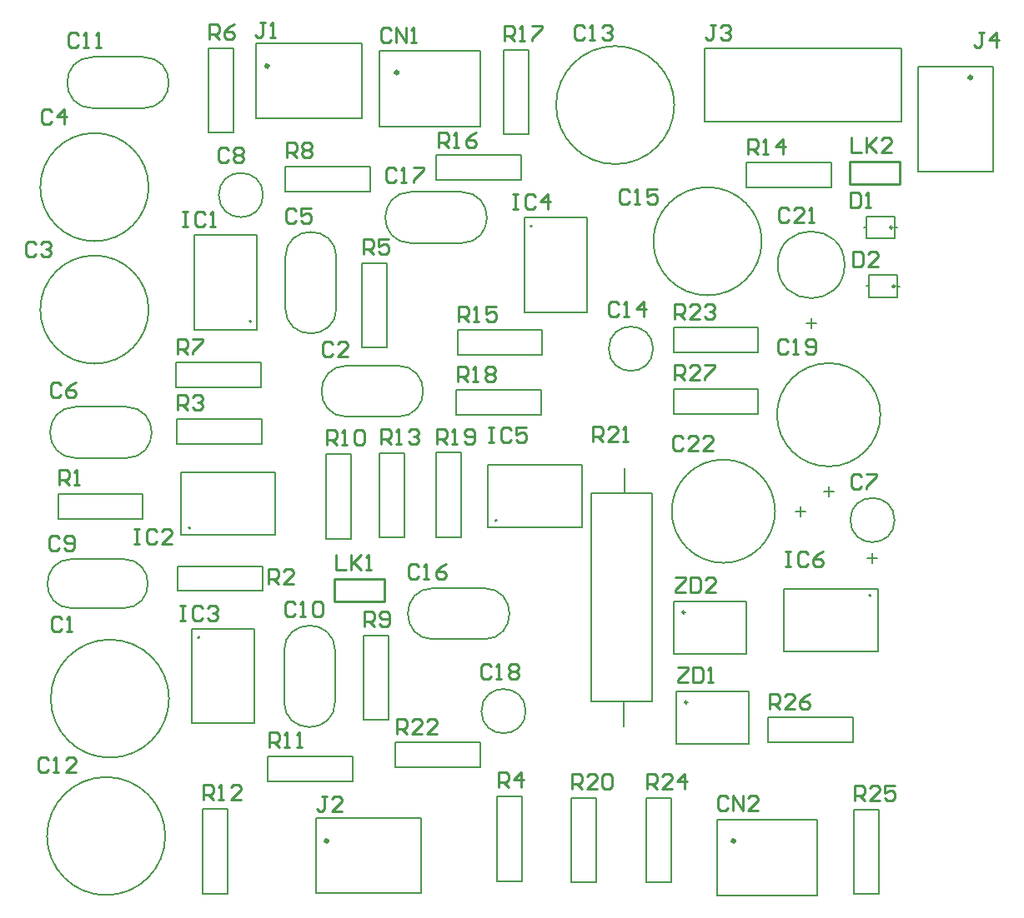
<source format=gto>
G04*
G04 #@! TF.GenerationSoftware,Altium Limited,Altium Designer,21.2.0 (30)*
G04*
G04 Layer_Color=65535*
%FSLAX44Y44*%
%MOMM*%
G71*
G04*
G04 #@! TF.SameCoordinates,A6CD76A2-BFCB-4AF9-B6D0-9A86C89395A1*
G04*
G04*
G04 #@! TF.FilePolarity,Positive*
G04*
G01*
G75*
%ADD10C,0.4000*%
%ADD11C,0.2000*%
%ADD12C,0.2540*%
%ADD13C,0.1270*%
D10*
X977850Y842040D02*
G03*
X977850Y842040I-1000J0D01*
G01*
X263860Y853660D02*
G03*
X263860Y853660I-1000J0D01*
G01*
X324260Y66260D02*
G03*
X324260Y66260I-1000J0D01*
G01*
X395390Y847120D02*
G03*
X395390Y847120I-1000J0D01*
G01*
X737490Y66070D02*
G03*
X737490Y66070I-1000J0D01*
G01*
D11*
X885620Y499310D02*
G03*
X885620Y499310I-52500J0D01*
G01*
X778740Y401320D02*
G03*
X778740Y401320I-52500J0D01*
G01*
X849340Y651750D02*
G03*
X849340Y651750I-34000J0D01*
G01*
X900070Y392310D02*
G03*
X900070Y392310I-22500J0D01*
G01*
X116840Y302660D02*
G03*
X116840Y352660I0J25000D01*
G01*
X64840D02*
G03*
X64840Y302660I0J-25000D01*
G01*
X344170Y549240D02*
G03*
X344170Y497240I0J-26000D01*
G01*
X395370D02*
G03*
X395370Y549240I0J26000D01*
G01*
X333340Y659130D02*
G03*
X281340Y659130I-26000J0D01*
G01*
Y607930D02*
G03*
X333340Y607930I26000J0D01*
G01*
X119780Y455330D02*
G03*
X119780Y507330I0J26000D01*
G01*
X68580D02*
G03*
X68580Y455330I0J-26000D01*
G01*
X332070Y259080D02*
G03*
X280070Y259080I-26000J0D01*
G01*
Y207880D02*
G03*
X332070Y207880I26000J0D01*
G01*
X85960Y862930D02*
G03*
X85960Y810930I0J-26000D01*
G01*
X137160D02*
G03*
X137160Y862930I0J26000D01*
G01*
X483000Y271180D02*
G03*
X483000Y323180I0J26000D01*
G01*
X431800D02*
G03*
X431800Y271180I0J-26000D01*
G01*
X408940Y725770D02*
G03*
X408940Y673770I0J-26000D01*
G01*
X460140D02*
G03*
X460140Y725770I0J26000D01*
G01*
X142630Y606236D02*
G03*
X142630Y606236I-55000J0D01*
G01*
Y730696D02*
G03*
X142630Y730696I-55000J0D01*
G01*
X765130Y675640D02*
G03*
X765130Y675640I-55000J0D01*
G01*
X246930Y594360D02*
G03*
X246930Y594360I-1000J0D01*
G01*
X185150Y384320D02*
G03*
X185150Y384320I-1000J0D01*
G01*
X194490Y273050D02*
G03*
X194490Y273050I-1000J0D01*
G01*
X531980Y690880D02*
G03*
X531980Y690880I-1000J0D01*
G01*
X496300Y391940D02*
G03*
X496300Y391940I-1000J0D01*
G01*
X876030Y315780D02*
G03*
X876030Y315780I-1000J0D01*
G01*
X258830Y722630D02*
G03*
X258830Y722630I-22500J0D01*
G01*
X654850Y566420D02*
G03*
X654850Y566420I-22500J0D01*
G01*
X525530Y198120D02*
G03*
X525530Y198120I-22500J0D01*
G01*
X163310Y210820D02*
G03*
X163310Y210820I-60000J0D01*
G01*
X159500Y71120D02*
G03*
X159500Y71120I-60000J0D01*
G01*
X676390Y814070D02*
G03*
X676390Y814070I-60000J0D01*
G01*
X987050Y853040D02*
X994050D01*
X929650D02*
X936650D01*
X994050D02*
X999850D01*
X936650D02*
X987050D01*
X923850D02*
X929650D01*
X923850Y746040D02*
Y853040D01*
Y746040D02*
X999850D01*
Y853040D01*
X136810Y406400D02*
Y418900D01*
X50800D02*
X136810D01*
Y393700D02*
Y406400D01*
X50800Y393700D02*
X136810D01*
X50800D02*
Y418900D01*
X172030Y320240D02*
Y332740D01*
Y320240D02*
X258040D01*
X172030Y332740D02*
Y345440D01*
X258040D01*
Y320240D02*
Y345440D01*
X257230Y482600D02*
Y495100D01*
X171220D02*
X257230D01*
Y469900D02*
Y482600D01*
X171220Y469900D02*
X257230D01*
X171220D02*
Y495100D01*
X496770Y111180D02*
X509270D01*
X496770Y25170D02*
Y111180D01*
X509270D02*
X521970D01*
Y25170D02*
Y111180D01*
X496770Y25170D02*
X521970D01*
X359610Y653470D02*
X372110D01*
X359610Y567460D02*
Y653470D01*
X372110D02*
X384810D01*
Y567460D02*
Y653470D01*
X359610Y567460D02*
X384810D01*
X203400Y871910D02*
X215900D01*
X203400Y785900D02*
Y871910D01*
X215900D02*
X228600D01*
Y785900D02*
Y871910D01*
X203400Y785900D02*
X228600D01*
X170760Y527250D02*
Y539750D01*
Y527250D02*
X256770D01*
X170760Y539750D02*
Y552450D01*
X256770D01*
Y527250D02*
Y552450D01*
X367720Y739140D02*
Y751640D01*
X281710D02*
X367720D01*
Y726440D02*
Y739140D01*
X281710Y726440D02*
X367720D01*
X281710D02*
Y751640D01*
X360880Y275010D02*
X373380D01*
X360880Y189000D02*
Y275010D01*
X373380D02*
X386080D01*
Y189000D02*
Y275010D01*
X360880Y189000D02*
X386080D01*
X322780Y459160D02*
X335280D01*
X322780Y373150D02*
Y459160D01*
X335280D02*
X347980D01*
Y373150D02*
Y459160D01*
X322780Y373150D02*
X347980D01*
X349940Y139700D02*
Y152200D01*
X263930D02*
X349940D01*
Y127000D02*
Y139700D01*
X263930Y127000D02*
X349940D01*
X263930D02*
Y152200D01*
X197449Y98600D02*
X209949D01*
X197449Y12590D02*
Y98600D01*
X209949D02*
X222649D01*
Y12590D02*
Y98600D01*
X197449Y12590D02*
X222649D01*
X377390Y460430D02*
X389890D01*
X377390Y374420D02*
Y460430D01*
X389890D02*
X402590D01*
Y374420D02*
Y460430D01*
X377390Y374420D02*
X402590D01*
X749880Y730450D02*
Y742950D01*
Y730450D02*
X835890D01*
X749880Y742950D02*
Y755650D01*
X835890D01*
Y730450D02*
Y755650D01*
X456280Y560270D02*
Y572770D01*
Y560270D02*
X542290D01*
X456280Y572770D02*
Y585470D01*
X542290D01*
Y560270D02*
Y585470D01*
X434920Y738070D02*
Y750570D01*
Y738070D02*
X520930D01*
X434920Y750570D02*
Y763270D01*
X520930D01*
Y738070D02*
Y763270D01*
X515620Y784170D02*
X528120D01*
Y870180D01*
X502920Y784170D02*
X515620D01*
X502920D02*
Y870180D01*
X528120D01*
X455240Y499310D02*
Y511810D01*
Y499310D02*
X541250D01*
X455240Y511810D02*
Y524510D01*
X541250D01*
Y499310D02*
Y524510D01*
X447040Y375000D02*
X459540D01*
Y461010D01*
X434340Y375000D02*
X447040D01*
X434340D02*
Y461010D01*
X459540D01*
X571700Y109910D02*
X584200D01*
X571700Y23900D02*
Y109910D01*
X584200D02*
X596900D01*
Y23900D02*
Y109910D01*
X571700Y23900D02*
X596900D01*
X479480Y153670D02*
Y166170D01*
X393470D02*
X479480D01*
Y140970D02*
Y153670D01*
X393470Y140970D02*
X479480D01*
X393470D02*
Y166170D01*
X761650Y575310D02*
Y587810D01*
X675640D02*
X761650D01*
Y562610D02*
Y575310D01*
X675640Y562610D02*
X761650D01*
X675640D02*
Y587810D01*
X647900Y109910D02*
X660400D01*
X647900Y23900D02*
Y109910D01*
X660400D02*
X673100D01*
Y23900D02*
Y109910D01*
X647900Y23900D02*
X673100D01*
X871220Y12010D02*
X883720D01*
Y98020D01*
X858520Y12010D02*
X871220D01*
X858520D02*
Y98020D01*
X883720D01*
X857940Y179070D02*
Y191570D01*
X771930D02*
X857940D01*
Y166370D02*
Y179070D01*
X771930Y166370D02*
X857940D01*
X771930D02*
Y191570D01*
X761650Y513080D02*
Y525580D01*
X675640D02*
X761650D01*
Y500380D02*
Y513080D01*
X675640Y500380D02*
X761650D01*
X675640D02*
Y525580D01*
X251860Y863860D02*
Y870860D01*
Y806460D02*
Y813460D01*
Y870860D02*
Y876660D01*
Y813460D02*
Y863860D01*
Y800660D02*
Y806460D01*
Y800660D02*
X358860D01*
Y876660D01*
X251860D02*
X358860D01*
X312260Y76460D02*
Y83460D01*
Y19060D02*
Y26060D01*
Y83460D02*
Y89260D01*
Y26060D02*
Y76460D01*
Y13260D02*
Y19060D01*
Y13260D02*
X419260D01*
Y89260D01*
X312260D02*
X419260D01*
X377390Y869120D02*
X479390D01*
Y792120D02*
Y869120D01*
X377390Y792120D02*
X479390D01*
X377390D02*
Y869120D01*
X719490Y88070D02*
X821490D01*
Y11070D02*
Y88070D01*
X719490Y11070D02*
X821490D01*
X719490D02*
Y88070D01*
X833120Y416330D02*
Y426490D01*
X828040Y421410D02*
X838200D01*
X799060Y401320D02*
X809220D01*
X804140Y396240D02*
Y406400D01*
X810260Y592350D02*
X820420D01*
X815340Y587270D02*
Y597430D01*
X872490Y353300D02*
X882650D01*
X877570Y348220D02*
Y358380D01*
X678180Y191770D02*
Y218440D01*
X751840D01*
Y165100D02*
Y218440D01*
X678180Y165100D02*
X751840D01*
X678180D02*
Y191770D01*
X675640Y283210D02*
Y309880D01*
X749300D01*
Y256540D02*
Y309880D01*
X675640Y256540D02*
X749300D01*
X675640D02*
Y283210D01*
X900460Y678360D02*
Y700860D01*
X871430Y678360D02*
X900460D01*
X871430D02*
Y701040D01*
X900460D01*
Y689610D02*
X903000D01*
X868890Y689790D02*
X871250D01*
X902970Y618670D02*
Y641170D01*
X873940Y618670D02*
X902970D01*
X873940D02*
Y641350D01*
X902970D01*
Y629920D02*
X905510D01*
X871400Y630100D02*
X873760D01*
X64840Y302660D02*
X116840D01*
X64840Y352660D02*
X116840D01*
X344170Y549240D02*
X395370D01*
X344170Y497240D02*
X395370D01*
X333340Y607930D02*
Y659130D01*
X281340Y607930D02*
Y659130D01*
X68580Y455330D02*
X119780D01*
X68580Y507330D02*
X119780D01*
X332070Y207880D02*
Y259080D01*
X280070Y207880D02*
Y259080D01*
X85960Y862930D02*
X137160D01*
X85960Y810930D02*
X137160D01*
X431800Y271180D02*
X483000D01*
X431800Y323180D02*
X483000D01*
X408940Y725770D02*
X460140D01*
X408940Y673770D02*
X460140D01*
X592380Y388970D02*
Y419450D01*
X654050Y388970D02*
Y419450D01*
X626110D02*
Y445200D01*
X624840Y182530D02*
Y208280D01*
X592380Y419450D02*
X627380D01*
X592380Y208280D02*
Y388970D01*
Y208280D02*
X654050D01*
Y388970D01*
X627380Y419450D02*
X654050D01*
D12*
X689610Y207010D02*
G03*
X689610Y207010I-1270J0D01*
G01*
X687070Y298450D02*
G03*
X687070Y298450I-1270J0D01*
G01*
X897920Y689610D02*
G03*
X897920Y689610I-1270J0D01*
G01*
X900430Y629920D02*
G03*
X900430Y629920I-1270J0D01*
G01*
X331640Y332740D02*
X382440D01*
Y309880D02*
Y332740D01*
X331640Y309880D02*
X382440D01*
X331640D02*
Y332740D01*
X854710Y756920D02*
X905510D01*
Y734060D02*
Y756920D01*
X854710Y734060D02*
X905510D01*
X854710D02*
Y756920D01*
X990601Y887728D02*
X985523D01*
X988062D01*
Y875032D01*
X985523Y872493D01*
X982983D01*
X980444Y875032D01*
X1003297Y872493D02*
Y887728D01*
X995679Y880110D01*
X1005836D01*
X866137Y436622D02*
X863597Y439161D01*
X858519D01*
X855980Y436622D01*
Y426465D01*
X858519Y423926D01*
X863597D01*
X866137Y426465D01*
X871215Y439161D02*
X881372D01*
Y436622D01*
X871215Y426465D01*
Y423926D01*
X436886Y770892D02*
Y786127D01*
X444504D01*
X447043Y783588D01*
Y778510D01*
X444504Y775971D01*
X436886D01*
X441964D02*
X447043Y770892D01*
X452121D02*
X457200D01*
X454660D01*
Y786127D01*
X452121Y783588D01*
X474974Y786127D02*
X469896Y783588D01*
X464817Y778510D01*
Y773432D01*
X467356Y770892D01*
X472435D01*
X474974Y773432D01*
Y775971D01*
X472435Y778510D01*
X464817D01*
X27941Y673098D02*
X25402Y675638D01*
X20323D01*
X17784Y673098D01*
Y662942D01*
X20323Y660403D01*
X25402D01*
X27941Y662942D01*
X33019Y673098D02*
X35558Y675638D01*
X40637D01*
X43176Y673098D01*
Y670559D01*
X40637Y668020D01*
X38098D01*
X40637D01*
X43176Y665481D01*
Y662942D01*
X40637Y660403D01*
X35558D01*
X33019Y662942D01*
X44447Y807208D02*
X41908Y809747D01*
X36829D01*
X34290Y807208D01*
Y797051D01*
X36829Y794512D01*
X41908D01*
X44447Y797051D01*
X57143Y794512D02*
Y809747D01*
X49525Y802130D01*
X59682D01*
X40643Y148588D02*
X38104Y151128D01*
X33025D01*
X30486Y148588D01*
Y138432D01*
X33025Y135892D01*
X38104D01*
X40643Y138432D01*
X45721Y135892D02*
X50800D01*
X48260D01*
Y151128D01*
X45721Y148588D01*
X68574Y135892D02*
X58417D01*
X68574Y146049D01*
Y148588D01*
X66035Y151128D01*
X60956D01*
X58417Y148588D01*
X631193Y726438D02*
X628654Y728978D01*
X623575D01*
X621036Y726438D01*
Y716282D01*
X623575Y713743D01*
X628654D01*
X631193Y716282D01*
X636271Y713743D02*
X641350D01*
X638810D01*
Y728978D01*
X636271Y726438D01*
X659124Y728978D02*
X648967D01*
Y721360D01*
X654045Y723899D01*
X656585D01*
X659124Y721360D01*
Y716282D01*
X656585Y713743D01*
X651506D01*
X648967Y716282D01*
X585473Y892808D02*
X582934Y895348D01*
X577855D01*
X575316Y892808D01*
Y882652D01*
X577855Y880113D01*
X582934D01*
X585473Y882652D01*
X590551Y880113D02*
X595630D01*
X593090D01*
Y895348D01*
X590551Y892808D01*
X603247D02*
X605786Y895348D01*
X610865D01*
X613404Y892808D01*
Y890269D01*
X610865Y887730D01*
X608326D01*
X610865D01*
X613404Y885191D01*
Y882652D01*
X610865Y880113D01*
X605786D01*
X603247Y882652D01*
X260910Y897887D02*
X255832D01*
X258371D01*
Y885192D01*
X255832Y882653D01*
X253293D01*
X250753Y885192D01*
X265988Y882653D02*
X271067D01*
X268528D01*
Y897887D01*
X265988Y895348D01*
X128276Y383537D02*
X133355D01*
X130815D01*
Y368302D01*
X128276D01*
X133355D01*
X151129Y380998D02*
X148590Y383537D01*
X143511D01*
X140972Y380998D01*
Y370842D01*
X143511Y368302D01*
X148590D01*
X151129Y370842D01*
X166364Y368302D02*
X156207D01*
X166364Y378459D01*
Y380998D01*
X163825Y383537D01*
X158746D01*
X156207Y380998D01*
X264164Y327663D02*
Y342897D01*
X271782D01*
X274321Y340358D01*
Y335280D01*
X271782Y332741D01*
X264164D01*
X269242D02*
X274321Y327663D01*
X289556D02*
X279399D01*
X289556Y337819D01*
Y340358D01*
X287017Y342897D01*
X281938D01*
X279399Y340358D01*
X323851Y111757D02*
X318773D01*
X321312D01*
Y99062D01*
X318773Y96523D01*
X316233D01*
X313694Y99062D01*
X339086Y96523D02*
X328929D01*
X339086Y106679D01*
Y109218D01*
X336547Y111757D01*
X331468D01*
X328929Y109218D01*
X677164Y333751D02*
X687321D01*
Y331212D01*
X677164Y321055D01*
Y318516D01*
X687321D01*
X692399Y333751D02*
Y318516D01*
X700017D01*
X702556Y321055D01*
Y331212D01*
X700017Y333751D01*
X692399D01*
X717791Y318516D02*
X707634D01*
X717791Y328673D01*
Y331212D01*
X715252Y333751D01*
X710173D01*
X707634Y331212D01*
X679704Y242311D02*
X689861D01*
Y239772D01*
X679704Y229615D01*
Y227076D01*
X689861D01*
X694939Y242311D02*
Y227076D01*
X702557D01*
X705096Y229615D01*
Y239772D01*
X702557Y242311D01*
X694939D01*
X710174Y227076D02*
X715253D01*
X712713D01*
Y242311D01*
X710174Y239772D01*
X676910Y534670D02*
Y549905D01*
X684528D01*
X687067Y547366D01*
Y542287D01*
X684528Y539748D01*
X676910D01*
X681988D02*
X687067Y534670D01*
X702302D02*
X692145D01*
X702302Y544827D01*
Y547366D01*
X699763Y549905D01*
X694684D01*
X692145Y547366D01*
X707380Y549905D02*
X717537D01*
Y547366D01*
X707380Y537209D01*
Y534670D01*
X773176Y200660D02*
Y215895D01*
X780794D01*
X783333Y213356D01*
Y208277D01*
X780794Y205738D01*
X773176D01*
X778254D02*
X783333Y200660D01*
X798568D02*
X788411D01*
X798568Y210817D01*
Y213356D01*
X796029Y215895D01*
X790950D01*
X788411Y213356D01*
X813803Y215895D02*
X808725Y213356D01*
X803646Y208277D01*
Y203199D01*
X806185Y200660D01*
X811264D01*
X813803Y203199D01*
Y205738D01*
X811264Y208277D01*
X803646D01*
X859790Y106934D02*
Y122169D01*
X867408D01*
X869947Y119630D01*
Y114551D01*
X867408Y112012D01*
X859790D01*
X864868D02*
X869947Y106934D01*
X885182D02*
X875025D01*
X885182Y117091D01*
Y119630D01*
X882643Y122169D01*
X877564D01*
X875025Y119630D01*
X900417Y122169D02*
X890260D01*
Y114551D01*
X895339Y117091D01*
X897878D01*
X900417Y114551D01*
Y109473D01*
X897878Y106934D01*
X892799D01*
X890260Y109473D01*
X648970Y119126D02*
Y134361D01*
X656588D01*
X659127Y131822D01*
Y126743D01*
X656588Y124204D01*
X648970D01*
X654048D02*
X659127Y119126D01*
X674362D02*
X664205D01*
X674362Y129283D01*
Y131822D01*
X671823Y134361D01*
X666744D01*
X664205Y131822D01*
X687058Y119126D02*
Y134361D01*
X679440Y126743D01*
X689597D01*
X676910Y596900D02*
Y612135D01*
X684528D01*
X687067Y609596D01*
Y604518D01*
X684528Y601978D01*
X676910D01*
X681988D02*
X687067Y596900D01*
X702302D02*
X692145D01*
X702302Y607057D01*
Y609596D01*
X699763Y612135D01*
X694684D01*
X692145Y609596D01*
X707380D02*
X709919Y612135D01*
X714998D01*
X717537Y609596D01*
Y607057D01*
X714998Y604518D01*
X712458D01*
X714998D01*
X717537Y601978D01*
Y599439D01*
X714998Y596900D01*
X709919D01*
X707380Y599439D01*
X394716Y175260D02*
Y190495D01*
X402333D01*
X404873Y187956D01*
Y182878D01*
X402333Y180338D01*
X394716D01*
X399794D02*
X404873Y175260D01*
X420108D02*
X409951D01*
X420108Y185417D01*
Y187956D01*
X417569Y190495D01*
X412490D01*
X409951Y187956D01*
X435343Y175260D02*
X425186D01*
X435343Y185417D01*
Y187956D01*
X432804Y190495D01*
X427725D01*
X425186Y187956D01*
X593344Y471932D02*
Y487167D01*
X600961D01*
X603501Y484628D01*
Y479549D01*
X600961Y477010D01*
X593344D01*
X598422D02*
X603501Y471932D01*
X618736D02*
X608579D01*
X618736Y482089D01*
Y484628D01*
X616197Y487167D01*
X611118D01*
X608579Y484628D01*
X623814Y471932D02*
X628893D01*
X626353D01*
Y487167D01*
X623814Y484628D01*
X572770Y119126D02*
Y134361D01*
X580387D01*
X582927Y131822D01*
Y126743D01*
X580387Y124204D01*
X572770D01*
X577848D02*
X582927Y119126D01*
X598162D02*
X588005D01*
X598162Y129283D01*
Y131822D01*
X595623Y134361D01*
X590544D01*
X588005Y131822D01*
X603240D02*
X605779Y134361D01*
X610858D01*
X613397Y131822D01*
Y121665D01*
X610858Y119126D01*
X605779D01*
X603240Y121665D01*
Y131822D01*
X435610Y469900D02*
Y485135D01*
X443228D01*
X445767Y482596D01*
Y477518D01*
X443228Y474978D01*
X435610D01*
X440688D02*
X445767Y469900D01*
X450845D02*
X455923D01*
X453384D01*
Y485135D01*
X450845Y482596D01*
X463541Y472439D02*
X466080Y469900D01*
X471158D01*
X473698Y472439D01*
Y482596D01*
X471158Y485135D01*
X466080D01*
X463541Y482596D01*
Y480057D01*
X466080Y477518D01*
X473698D01*
X456184Y533400D02*
Y548635D01*
X463801D01*
X466341Y546096D01*
Y541017D01*
X463801Y538478D01*
X456184D01*
X461262D02*
X466341Y533400D01*
X471419D02*
X476497D01*
X473958D01*
Y548635D01*
X471419Y546096D01*
X484115D02*
X486654Y548635D01*
X491732D01*
X494272Y546096D01*
Y543557D01*
X491732Y541017D01*
X494272Y538478D01*
Y535939D01*
X491732Y533400D01*
X486654D01*
X484115Y535939D01*
Y538478D01*
X486654Y541017D01*
X484115Y543557D01*
Y546096D01*
X486654Y541017D02*
X491732D01*
X504190Y879094D02*
Y894329D01*
X511808D01*
X514347Y891790D01*
Y886712D01*
X511808Y884172D01*
X504190D01*
X509268D02*
X514347Y879094D01*
X519425D02*
X524503D01*
X521964D01*
Y894329D01*
X519425Y891790D01*
X532121Y894329D02*
X542278D01*
Y891790D01*
X532121Y881633D01*
Y879094D01*
X457200Y594360D02*
Y609595D01*
X464818D01*
X467357Y607056D01*
Y601978D01*
X464818Y599438D01*
X457200D01*
X462278D02*
X467357Y594360D01*
X472435D02*
X477513D01*
X474974D01*
Y609595D01*
X472435Y607056D01*
X495288Y609595D02*
X485131D01*
Y601978D01*
X490209Y604517D01*
X492748D01*
X495288Y601978D01*
Y596899D01*
X492748Y594360D01*
X487670D01*
X485131Y596899D01*
X750824Y764540D02*
Y779775D01*
X758441D01*
X760981Y777236D01*
Y772158D01*
X758441Y769618D01*
X750824D01*
X755902D02*
X760981Y764540D01*
X766059D02*
X771137D01*
X768598D01*
Y779775D01*
X766059Y777236D01*
X786373Y764540D02*
Y779775D01*
X778755Y772158D01*
X788912D01*
X378460Y469646D02*
Y484881D01*
X386077D01*
X388617Y482342D01*
Y477263D01*
X386077Y474724D01*
X378460D01*
X383538D02*
X388617Y469646D01*
X393695D02*
X398773D01*
X396234D01*
Y484881D01*
X393695Y482342D01*
X406391D02*
X408930Y484881D01*
X414008D01*
X416548Y482342D01*
Y479803D01*
X414008Y477263D01*
X411469D01*
X414008D01*
X416548Y474724D01*
Y472185D01*
X414008Y469646D01*
X408930D01*
X406391Y472185D01*
X198628Y107950D02*
Y123185D01*
X206245D01*
X208785Y120646D01*
Y115568D01*
X206245Y113028D01*
X198628D01*
X203706D02*
X208785Y107950D01*
X213863D02*
X218941D01*
X216402D01*
Y123185D01*
X213863Y120646D01*
X236716Y107950D02*
X226559D01*
X236716Y118107D01*
Y120646D01*
X234177Y123185D01*
X229098D01*
X226559Y120646D01*
X265176Y161290D02*
Y176525D01*
X272794D01*
X275333Y173986D01*
Y168908D01*
X272794Y166368D01*
X265176D01*
X270254D02*
X275333Y161290D01*
X280411D02*
X285489D01*
X282950D01*
Y176525D01*
X280411Y173986D01*
X293107Y161290D02*
X298185D01*
X295646D01*
Y176525D01*
X293107Y173986D01*
X323850Y468376D02*
Y483611D01*
X331468D01*
X334007Y481072D01*
Y475993D01*
X331468Y473454D01*
X323850D01*
X328928D02*
X334007Y468376D01*
X339085D02*
X344163D01*
X341624D01*
Y483611D01*
X339085Y481072D01*
X351781D02*
X354320Y483611D01*
X359398D01*
X361938Y481072D01*
Y470915D01*
X359398Y468376D01*
X354320D01*
X351781Y470915D01*
Y481072D01*
X361950Y284226D02*
Y299461D01*
X369567D01*
X372107Y296922D01*
Y291843D01*
X369567Y289304D01*
X361950D01*
X367028D02*
X372107Y284226D01*
X377185Y286765D02*
X379724Y284226D01*
X384803D01*
X387342Y286765D01*
Y296922D01*
X384803Y299461D01*
X379724D01*
X377185Y296922D01*
Y294383D01*
X379724Y291843D01*
X387342D01*
X282956Y760730D02*
Y775965D01*
X290574D01*
X293113Y773426D01*
Y768347D01*
X290574Y765808D01*
X282956D01*
X288034D02*
X293113Y760730D01*
X298191Y773426D02*
X300730Y775965D01*
X305809D01*
X308348Y773426D01*
Y770887D01*
X305809Y768347D01*
X308348Y765808D01*
Y763269D01*
X305809Y760730D01*
X300730D01*
X298191Y763269D01*
Y765808D01*
X300730Y768347D01*
X298191Y770887D01*
Y773426D01*
X300730Y768347D02*
X305809D01*
X171704Y561340D02*
Y576575D01*
X179321D01*
X181861Y574036D01*
Y568957D01*
X179321Y566418D01*
X171704D01*
X176782D02*
X181861Y561340D01*
X186939Y576575D02*
X197096D01*
Y574036D01*
X186939Y563879D01*
Y561340D01*
X204470Y881126D02*
Y896361D01*
X212087D01*
X214627Y893822D01*
Y888744D01*
X212087Y886204D01*
X204470D01*
X209548D02*
X214627Y881126D01*
X229862Y896361D02*
X224783Y893822D01*
X219705Y888744D01*
Y883665D01*
X222244Y881126D01*
X227323D01*
X229862Y883665D01*
Y886204D01*
X227323Y888744D01*
X219705D01*
X360680Y662686D02*
Y677921D01*
X368298D01*
X370837Y675382D01*
Y670303D01*
X368298Y667764D01*
X360680D01*
X365758D02*
X370837Y662686D01*
X386072Y677921D02*
X375915D01*
Y670303D01*
X380993Y672843D01*
X383533D01*
X386072Y670303D01*
Y665225D01*
X383533Y662686D01*
X378454D01*
X375915Y665225D01*
X497840Y120396D02*
Y135631D01*
X505457D01*
X507997Y133092D01*
Y128013D01*
X505457Y125474D01*
X497840D01*
X502918D02*
X507997Y120396D01*
X520693D02*
Y135631D01*
X513075Y128013D01*
X523232D01*
X172466Y504190D02*
Y519425D01*
X180084D01*
X182623Y516886D01*
Y511808D01*
X180084Y509268D01*
X172466D01*
X177544D02*
X182623Y504190D01*
X187701Y516886D02*
X190240Y519425D01*
X195319D01*
X197858Y516886D01*
Y514347D01*
X195319Y511808D01*
X192779D01*
X195319D01*
X197858Y509268D01*
Y506729D01*
X195319Y504190D01*
X190240D01*
X187701Y506729D01*
X52070Y427990D02*
Y443225D01*
X59688D01*
X62227Y440686D01*
Y435607D01*
X59688Y433068D01*
X52070D01*
X57148D02*
X62227Y427990D01*
X67305D02*
X72383D01*
X69844D01*
Y443225D01*
X67305Y440686D01*
X855980Y781045D02*
Y765810D01*
X866137D01*
X871215Y781045D02*
Y765810D01*
Y770888D01*
X881372Y781045D01*
X873754Y773428D01*
X881372Y765810D01*
X896607D02*
X886450D01*
X896607Y775967D01*
Y778506D01*
X894068Y781045D01*
X888989D01*
X886450Y778506D01*
X332994Y356865D02*
Y341630D01*
X343151D01*
X348229Y356865D02*
Y341630D01*
Y346708D01*
X358386Y356865D01*
X350768Y349248D01*
X358386Y341630D01*
X363464D02*
X368543D01*
X366003D01*
Y356865D01*
X363464Y354326D01*
X718309Y895345D02*
X713230D01*
X715770D01*
Y882649D01*
X713230Y880110D01*
X710691D01*
X708152Y882649D01*
X723387Y892806D02*
X725926Y895345D01*
X731005D01*
X733544Y892806D01*
Y890267D01*
X731005Y887728D01*
X728465D01*
X731005D01*
X733544Y885188D01*
Y882649D01*
X731005Y880110D01*
X725926D01*
X723387Y882649D01*
X789432Y360167D02*
X794510D01*
X791971D01*
Y344932D01*
X789432D01*
X794510D01*
X812285Y357628D02*
X809745Y360167D01*
X804667D01*
X802128Y357628D01*
Y347471D01*
X804667Y344932D01*
X809745D01*
X812285Y347471D01*
X827520Y360167D02*
X822441Y357628D01*
X817363Y352550D01*
Y347471D01*
X819902Y344932D01*
X824980D01*
X827520Y347471D01*
Y350010D01*
X824980Y352550D01*
X817363D01*
X488188Y486151D02*
X493266D01*
X490727D01*
Y470916D01*
X488188D01*
X493266D01*
X511041Y483612D02*
X508501Y486151D01*
X503423D01*
X500884Y483612D01*
Y473455D01*
X503423Y470916D01*
X508501D01*
X511041Y473455D01*
X526276Y486151D02*
X516119D01*
Y478534D01*
X521197Y481073D01*
X523736D01*
X526276Y478534D01*
Y473455D01*
X523736Y470916D01*
X518658D01*
X516119Y473455D01*
X512064Y723387D02*
X517142D01*
X514603D01*
Y708152D01*
X512064D01*
X517142D01*
X534917Y720848D02*
X532377Y723387D01*
X527299D01*
X524760Y720848D01*
Y710691D01*
X527299Y708152D01*
X532377D01*
X534917Y710691D01*
X547612Y708152D02*
Y723387D01*
X539995Y715770D01*
X550152D01*
X174498Y305557D02*
X179576D01*
X177037D01*
Y290322D01*
X174498D01*
X179576D01*
X197351Y303018D02*
X194811Y305557D01*
X189733D01*
X187194Y303018D01*
Y292861D01*
X189733Y290322D01*
X194811D01*
X197351Y292861D01*
X202429Y303018D02*
X204968Y305557D01*
X210047D01*
X212586Y303018D01*
Y300479D01*
X210047Y297939D01*
X207507D01*
X210047D01*
X212586Y295400D01*
Y292861D01*
X210047Y290322D01*
X204968D01*
X202429Y292861D01*
X177038Y705607D02*
X182116D01*
X179577D01*
Y690372D01*
X177038D01*
X182116D01*
X199891Y703068D02*
X197351Y705607D01*
X192273D01*
X189734Y703068D01*
Y692911D01*
X192273Y690372D01*
X197351D01*
X199891Y692911D01*
X204969Y690372D02*
X210047D01*
X207508D01*
Y705607D01*
X204969Y703068D01*
X857758Y665221D02*
Y649986D01*
X865376D01*
X867915Y652525D01*
Y662682D01*
X865376Y665221D01*
X857758D01*
X883150Y649986D02*
X872993D01*
X883150Y660143D01*
Y662682D01*
X880611Y665221D01*
X875532D01*
X872993Y662682D01*
X855218Y724911D02*
Y709676D01*
X862835D01*
X865375Y712215D01*
Y722372D01*
X862835Y724911D01*
X855218D01*
X870453Y709676D02*
X875531D01*
X872992D01*
Y724911D01*
X870453Y722372D01*
X731263Y109470D02*
X728724Y112009D01*
X723645D01*
X721106Y109470D01*
Y99313D01*
X723645Y96774D01*
X728724D01*
X731263Y99313D01*
X736341Y96774D02*
Y112009D01*
X746498Y96774D01*
Y112009D01*
X761733Y96774D02*
X751576D01*
X761733Y106931D01*
Y109470D01*
X759194Y112009D01*
X754115D01*
X751576Y109470D01*
X389125Y890520D02*
X386586Y893059D01*
X381507D01*
X378968Y890520D01*
Y880363D01*
X381507Y877824D01*
X386586D01*
X389125Y880363D01*
X394203Y877824D02*
Y893059D01*
X404360Y877824D01*
Y893059D01*
X409438Y877824D02*
X414516D01*
X411977D01*
Y893059D01*
X409438Y890520D01*
X685035Y475738D02*
X682495Y478277D01*
X677417D01*
X674878Y475738D01*
Y465581D01*
X677417Y463042D01*
X682495D01*
X685035Y465581D01*
X700270Y463042D02*
X690113D01*
X700270Y473199D01*
Y475738D01*
X697731Y478277D01*
X692652D01*
X690113Y475738D01*
X715505Y463042D02*
X705348D01*
X715505Y473199D01*
Y475738D01*
X712966Y478277D01*
X707887D01*
X705348Y475738D01*
X792477Y707386D02*
X789938Y709925D01*
X784859D01*
X782320Y707386D01*
Y697229D01*
X784859Y694690D01*
X789938D01*
X792477Y697229D01*
X807712Y694690D02*
X797555D01*
X807712Y704847D01*
Y707386D01*
X805173Y709925D01*
X800094D01*
X797555Y707386D01*
X812790Y694690D02*
X817868D01*
X815329D01*
Y709925D01*
X812790Y707386D01*
X791715Y573528D02*
X789175Y576067D01*
X784097D01*
X781558Y573528D01*
Y563371D01*
X784097Y560832D01*
X789175D01*
X791715Y563371D01*
X796793Y560832D02*
X801871D01*
X799332D01*
Y576067D01*
X796793Y573528D01*
X809489Y563371D02*
X812028Y560832D01*
X817106D01*
X819646Y563371D01*
Y573528D01*
X817106Y576067D01*
X812028D01*
X809489Y573528D01*
Y570989D01*
X812028Y568450D01*
X819646D01*
X490471Y243582D02*
X487932Y246121D01*
X482853D01*
X480314Y243582D01*
Y233425D01*
X482853Y230886D01*
X487932D01*
X490471Y233425D01*
X495549Y230886D02*
X500627D01*
X498088D01*
Y246121D01*
X495549Y243582D01*
X508245D02*
X510784Y246121D01*
X515863D01*
X518402Y243582D01*
Y241043D01*
X515863Y238503D01*
X518402Y235964D01*
Y233425D01*
X515863Y230886D01*
X510784D01*
X508245Y233425D01*
Y235964D01*
X510784Y238503D01*
X508245Y241043D01*
Y243582D01*
X510784Y238503D02*
X515863D01*
X394205Y747772D02*
X391665Y750311D01*
X386587D01*
X384048Y747772D01*
Y737615D01*
X386587Y735076D01*
X391665D01*
X394205Y737615D01*
X399283Y735076D02*
X404361D01*
X401822D01*
Y750311D01*
X399283Y747772D01*
X411979Y750311D02*
X422136D01*
Y747772D01*
X411979Y737615D01*
Y735076D01*
X416811Y345182D02*
X414272Y347721D01*
X409193D01*
X406654Y345182D01*
Y335025D01*
X409193Y332486D01*
X414272D01*
X416811Y335025D01*
X421889Y332486D02*
X426967D01*
X424428D01*
Y347721D01*
X421889Y345182D01*
X444742Y347721D02*
X439663Y345182D01*
X434585Y340103D01*
Y335025D01*
X437124Y332486D01*
X442202D01*
X444742Y335025D01*
Y337564D01*
X442202Y340103D01*
X434585D01*
X619757Y611882D02*
X617217Y614421D01*
X612139D01*
X609600Y611882D01*
Y601725D01*
X612139Y599186D01*
X617217D01*
X619757Y601725D01*
X624835Y599186D02*
X629913D01*
X627374D01*
Y614421D01*
X624835Y611882D01*
X645148Y599186D02*
Y614421D01*
X637531Y606804D01*
X647688D01*
X71371Y884932D02*
X68832Y887471D01*
X63753D01*
X61214Y884932D01*
Y874775D01*
X63753Y872236D01*
X68832D01*
X71371Y874775D01*
X76449Y872236D02*
X81527D01*
X78988D01*
Y887471D01*
X76449Y884932D01*
X89145Y872236D02*
X94223D01*
X91684D01*
Y887471D01*
X89145Y884932D01*
X291081Y306828D02*
X288542Y309367D01*
X283463D01*
X280924Y306828D01*
Y296671D01*
X283463Y294132D01*
X288542D01*
X291081Y296671D01*
X296159Y294132D02*
X301237D01*
X298698D01*
Y309367D01*
X296159Y306828D01*
X308855D02*
X311394Y309367D01*
X316472D01*
X319012Y306828D01*
Y296671D01*
X316472Y294132D01*
X311394D01*
X308855Y296671D01*
Y306828D01*
X51559Y374138D02*
X49019Y376677D01*
X43941D01*
X41402Y374138D01*
Y363981D01*
X43941Y361442D01*
X49019D01*
X51559Y363981D01*
X56637D02*
X59176Y361442D01*
X64255D01*
X66794Y363981D01*
Y374138D01*
X64255Y376677D01*
X59176D01*
X56637Y374138D01*
Y371599D01*
X59176Y369059D01*
X66794D01*
X223771Y768092D02*
X221231Y770631D01*
X216153D01*
X213614Y768092D01*
Y757935D01*
X216153Y755396D01*
X221231D01*
X223771Y757935D01*
X228849Y768092D02*
X231388Y770631D01*
X236467D01*
X239006Y768092D01*
Y765553D01*
X236467Y763014D01*
X239006Y760474D01*
Y757935D01*
X236467Y755396D01*
X231388D01*
X228849Y757935D01*
Y760474D01*
X231388Y763014D01*
X228849Y765553D01*
Y768092D01*
X231388Y763014D02*
X236467D01*
X53591Y529332D02*
X51052Y531871D01*
X45973D01*
X43434Y529332D01*
Y519175D01*
X45973Y516636D01*
X51052D01*
X53591Y519175D01*
X68826Y531871D02*
X63747Y529332D01*
X58669Y524254D01*
Y519175D01*
X61208Y516636D01*
X66287D01*
X68826Y519175D01*
Y521714D01*
X66287Y524254D01*
X58669D01*
X292351Y706878D02*
X289811Y709417D01*
X284733D01*
X282194Y706878D01*
Y696721D01*
X284733Y694182D01*
X289811D01*
X292351Y696721D01*
X307586Y709417D02*
X297429D01*
Y701799D01*
X302507Y704339D01*
X305047D01*
X307586Y701799D01*
Y696721D01*
X305047Y694182D01*
X299968D01*
X297429Y696721D01*
X329435Y571242D02*
X326895Y573781D01*
X321817D01*
X319278Y571242D01*
Y561085D01*
X321817Y558546D01*
X326895D01*
X329435Y561085D01*
X344670Y558546D02*
X334513D01*
X344670Y568703D01*
Y571242D01*
X342131Y573781D01*
X337052D01*
X334513Y571242D01*
X54099Y292096D02*
X51560Y294635D01*
X46481D01*
X43942Y292096D01*
Y281939D01*
X46481Y279400D01*
X51560D01*
X54099Y281939D01*
X59177Y279400D02*
X64255D01*
X61716D01*
Y294635D01*
X59177Y292096D01*
D13*
X906850Y796850D02*
Y871850D01*
X706850D02*
X906850D01*
X706850Y796850D02*
Y871850D01*
Y796850D02*
X906850D01*
X189230Y681680D02*
X252730D01*
X189230Y585780D02*
X252730D01*
Y681680D01*
X189230Y585780D02*
Y681680D01*
X271470Y377520D02*
Y441020D01*
X175570Y377520D02*
Y441020D01*
Y377520D02*
X271470D01*
X175570Y441020D02*
X271470D01*
X186690Y185730D02*
X250190D01*
X186690Y281630D02*
X250190D01*
X186690Y185730D02*
Y281630D01*
X250190Y185730D02*
Y281630D01*
X524180Y603560D02*
X587680D01*
X524180Y699460D02*
X587680D01*
X524180Y603560D02*
Y699460D01*
X587680Y603560D02*
Y699460D01*
X582620Y385140D02*
Y448640D01*
X486720Y385140D02*
Y448640D01*
Y385140D02*
X582620D01*
X486720Y448640D02*
X582620D01*
X787710Y259080D02*
Y322580D01*
X883610Y259080D02*
Y322580D01*
X787710D02*
X883610D01*
X787710Y259080D02*
X883610D01*
M02*

</source>
